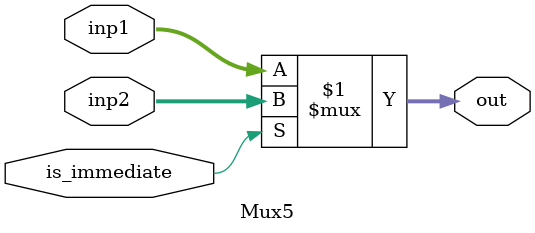
<source format=v>
module Mux32
  (
    input is_immediate,
    input [31:0] inp1,inp2,
    output [31:0] out
  );
  assign out = (is_immediate)?(inp2):(inp1);
endmodule

module Mux5
  (
    input is_immediate,
    input [4:0] inp1,inp2,
    output [4:0] out
  );
  assign out = (is_immediate)?(inp2):(inp1);
endmodule

</source>
